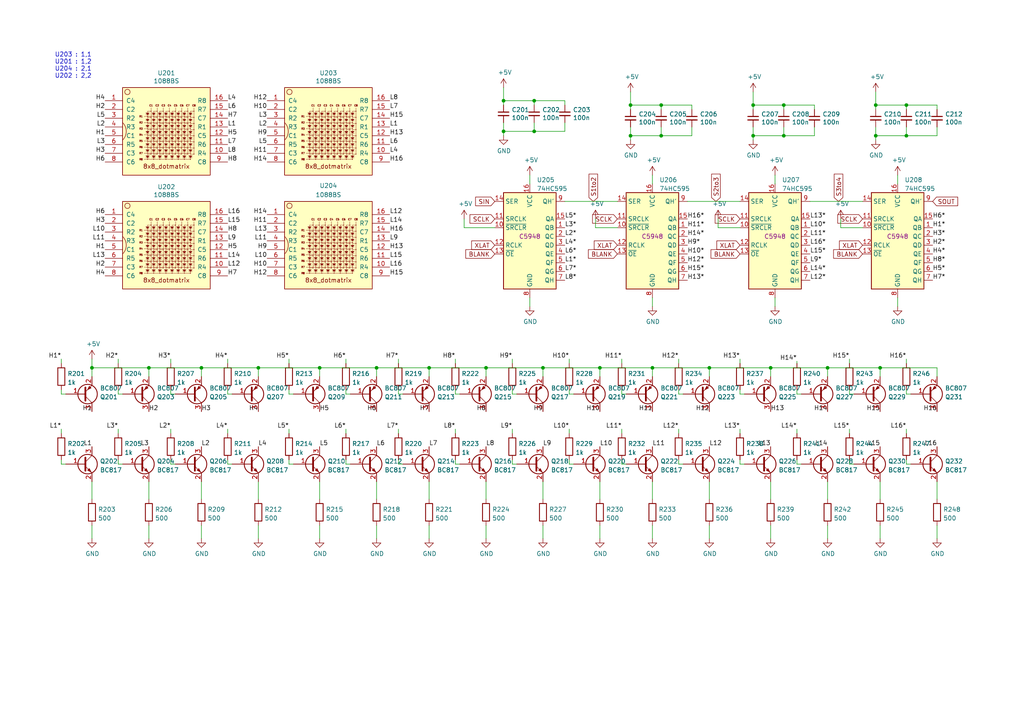
<source format=kicad_sch>
(kicad_sch (version 20230121) (generator eeschema)
  (paper "A4")
  (title_block (title "${TITLE}") (date "2022-07-14") (rev "${REVISION}") (company "${COMPANY}") (comment 1 "Author: ${AUTHOR_NAME}, ${AUTHOR_EMAIL}"))
  (junction (at 154.94 29.21))
  (junction (at 254 30.48))
  (junction (at 254 39.37))
  (junction (at 227.33 30.48))
  (junction (at 146.05 29.21))
  (junction (at 154.94 38.1))
  (junction (at 92.71 106.68))
  (junction (at 218.44 39.37))
  (junction (at 262.89 30.48))
  (junction (at 140.97 106.68))
  (junction (at 218.44 30.48))
  (junction (at 109.22 106.68))
  (junction (at 173.99 106.68))
  (junction (at 262.89 39.37))
  (junction (at 58.42 106.68))
  (junction (at 205.74 106.68))
  (junction (at 223.52 106.68))
  (junction (at 189.23 106.68))
  (junction (at 74.93 106.68))
  (junction (at 182.88 30.48))
  (junction (at 157.48 106.68))
  (junction (at 146.05 38.1))
  (junction (at 124.46 106.68))
  (junction (at 191.77 30.48))
  (junction (at 240.03 106.68))
  (junction (at 26.67 106.68))
  (junction (at 191.77 39.37))
  (junction (at 43.18 106.68))
  (junction (at 227.33 39.37))
  (junction (at 255.27 106.68))
  (junction (at 182.88 39.37))
  (wire (pts (xy 17.78 133.35) (xy 17.78 134.62)))
  (wire (pts (xy 163.83 29.21) (xy 154.94 29.21)))
  (wire (pts (xy 100.33 133.35) (xy 100.33 134.62)))
  (wire (pts (xy 182.88 39.37) (xy 182.88 40.64)))
  (wire (pts (xy 223.52 139.7) (xy 223.52 144.78)))
  (wire (pts (xy 214.63 134.62) (xy 215.9 134.62)))
  (wire (pts (xy 163.83 38.1) (xy 163.83 35.56)))
  (wire (pts (xy 189.23 106.68) (xy 189.23 109.22)))
  (wire (pts (xy 140.97 152.4) (xy 140.97 156.21)))
  (wire (pts (xy 231.14 133.35) (xy 231.14 134.62)))
  (wire (pts (xy 240.03 106.68) (xy 240.03 109.22)))
  (wire (pts (xy 179.07 66.04) (xy 172.72 66.04)))
  (wire (pts (xy 148.59 133.35) (xy 148.59 134.62)))
  (wire (pts (xy 271.78 106.68) (xy 271.78 109.22)))
  (wire (pts (xy 196.85 124.46) (xy 196.85 125.73)))
  (wire (pts (xy 231.14 104.775) (xy 231.14 105.41)))
  (wire (pts (xy 49.53 133.35) (xy 49.53 134.62)))
  (wire (pts (xy 17.78 113.03) (xy 17.78 114.3)))
  (wire (pts (xy 143.51 66.04) (xy 134.62 66.04)))
  (wire (pts (xy 49.53 104.14) (xy 49.53 105.41)))
  (wire (pts (xy 231.14 134.62) (xy 232.41 134.62)))
  (wire (pts (xy 58.42 139.7) (xy 58.42 144.78)))
  (wire (pts (xy 255.27 106.68) (xy 271.78 106.68)))
  (wire (pts (xy 214.63 104.14) (xy 214.63 105.41)))
  (wire (pts (xy 115.57 124.46) (xy 115.57 125.73)))
  (wire (pts (xy 148.59 134.62) (xy 149.86 134.62)))
  (wire (pts (xy 100.33 124.46) (xy 100.33 125.73)))
  (wire (pts (xy 196.85 134.62) (xy 198.12 134.62)))
  (wire (pts (xy 218.44 39.37) (xy 218.44 40.64)))
  (wire (pts (xy 271.78 39.37) (xy 271.78 36.83)))
  (wire (pts (xy 66.04 124.46) (xy 66.04 125.73)))
  (wire (pts (xy 260.35 50.8) (xy 260.35 53.34)))
  (wire (pts (xy 100.33 114.3) (xy 101.6 114.3)))
  (wire (pts (xy 165.1 104.14) (xy 165.1 105.41)))
  (wire (pts (xy 254 36.83) (xy 254 39.37)))
  (wire (pts (xy 196.85 114.3) (xy 198.12 114.3)))
  (wire (pts (xy 262.89 36.83) (xy 262.89 39.37)))
  (wire (pts (xy 92.71 106.68) (xy 92.71 109.22)))
  (wire (pts (xy 34.29 134.62) (xy 35.56 134.62)))
  (wire (pts (xy 189.23 86.36) (xy 189.23 88.9)))
  (wire (pts (xy 26.67 152.4) (xy 26.67 156.21)))
  (wire (pts (xy 236.22 30.48) (xy 227.33 30.48)))
  (wire (pts (xy 214.63 133.35) (xy 214.63 134.62)))
  (wire (pts (xy 146.05 38.1) (xy 146.05 39.37)))
  (wire (pts (xy 231.14 113.03) (xy 231.14 114.3)))
  (wire (pts (xy 218.44 39.37) (xy 227.33 39.37)))
  (wire (pts (xy 255.27 152.4) (xy 255.27 156.21)))
  (wire (pts (xy 172.72 63.5) (xy 172.72 66.04)))
  (wire (pts (xy 83.82 124.46) (xy 83.82 125.73)))
  (wire (pts (xy 17.78 124.46) (xy 17.78 125.73)))
  (wire (pts (xy 196.85 133.35) (xy 196.85 134.62)))
  (wire (pts (xy 109.22 106.68) (xy 109.22 109.22)))
  (wire (pts (xy 246.38 124.46) (xy 246.38 125.73)))
  (wire (pts (xy 200.66 31.75) (xy 200.66 30.48)))
  (wire (pts (xy 165.1 134.62) (xy 166.37 134.62)))
  (wire (pts (xy 134.62 63.5) (xy 134.62 66.04)))
  (wire (pts (xy 100.33 104.14) (xy 100.33 105.41)))
  (wire (pts (xy 205.74 106.68) (xy 205.74 109.22)))
  (wire (pts (xy 146.05 29.21) (xy 146.05 25.4)))
  (wire (pts (xy 223.52 152.4) (xy 223.52 156.21)))
  (wire (pts (xy 154.94 35.56) (xy 154.94 38.1)))
  (wire (pts (xy 227.33 39.37) (xy 236.22 39.37)))
  (wire (pts (xy 109.22 106.68) (xy 124.46 106.68)))
  (wire (pts (xy 199.39 58.42) (xy 214.63 58.42)))
  (wire (pts (xy 163.83 30.48) (xy 163.83 29.21)))
  (wire (pts (xy 100.33 134.62) (xy 101.6 134.62)))
  (wire (pts (xy 132.08 134.62) (xy 133.35 134.62)))
  (wire (pts (xy 260.35 86.36) (xy 260.35 88.9)))
  (wire (pts (xy 224.79 86.36) (xy 224.79 88.9)))
  (wire (pts (xy 34.29 133.35) (xy 34.29 134.62)))
  (wire (pts (xy 182.88 39.37) (xy 191.77 39.37)))
  (wire (pts (xy 49.53 114.3) (xy 50.8 114.3)))
  (wire (pts (xy 214.63 114.3) (xy 215.9 114.3)))
  (wire (pts (xy 49.53 134.62) (xy 50.8 134.62)))
  (wire (pts (xy 173.99 106.68) (xy 189.23 106.68)))
  (wire (pts (xy 214.63 113.03) (xy 214.63 114.3)))
  (wire (pts (xy 218.44 30.48) (xy 218.44 31.75)))
  (wire (pts (xy 132.08 124.46) (xy 132.08 125.73)))
  (wire (pts (xy 200.66 30.48) (xy 191.77 30.48)))
  (wire (pts (xy 66.04 133.35) (xy 66.04 134.62)))
  (wire (pts (xy 227.33 39.37) (xy 227.33 36.83)))
  (wire (pts (xy 26.67 109.22) (xy 26.67 106.68)))
  (wire (pts (xy 165.1 113.03) (xy 165.1 114.3)))
  (wire (pts (xy 182.88 26.67) (xy 182.88 30.48)))
  (wire (pts (xy 214.63 66.04) (xy 208.28 66.04)))
  (wire (pts (xy 140.97 106.68) (xy 157.48 106.68)))
  (wire (pts (xy 157.48 106.68) (xy 173.99 106.68)))
  (wire (pts (xy 148.59 124.46) (xy 148.59 125.73)))
  (wire (pts (xy 191.77 39.37) (xy 191.77 36.83)))
  (wire (pts (xy 153.67 86.36) (xy 153.67 88.9)))
  (wire (pts (xy 26.67 106.68) (xy 43.18 106.68)))
  (wire (pts (xy 115.57 114.3) (xy 116.84 114.3)))
  (wire (pts (xy 165.1 124.46) (xy 165.1 125.73)))
  (wire (pts (xy 246.38 113.03) (xy 246.38 114.3)))
  (wire (pts (xy 43.18 106.68) (xy 43.18 109.22)))
  (wire (pts (xy 205.74 106.68) (xy 223.52 106.68)))
  (wire (pts (xy 205.74 152.4) (xy 205.74 156.21)))
  (wire (pts (xy 34.29 113.03) (xy 34.29 114.3)))
  (wire (pts (xy 262.89 104.14) (xy 262.89 105.41)))
  (wire (pts (xy 146.05 29.21) (xy 146.05 30.48)))
  (wire (pts (xy 124.46 152.4) (xy 124.46 156.21)))
  (wire (pts (xy 271.78 139.7) (xy 271.78 144.78)))
  (wire (pts (xy 196.85 113.03) (xy 196.85 114.3)))
  (wire (pts (xy 246.38 114.3) (xy 247.65 114.3)))
  (wire (pts (xy 17.78 114.3) (xy 19.05 114.3)))
  (wire (pts (xy 189.23 106.68) (xy 205.74 106.68)))
  (wire (pts (xy 182.88 30.48) (xy 182.88 31.75)))
  (wire (pts (xy 157.48 139.7) (xy 157.48 144.78)))
  (wire (pts (xy 240.03 152.4) (xy 240.03 156.21)))
  (wire (pts (xy 223.52 106.68) (xy 240.03 106.68)))
  (wire (pts (xy 240.03 139.7) (xy 240.03 144.78)))
  (wire (pts (xy 148.59 114.3) (xy 149.86 114.3)))
  (wire (pts (xy 115.57 133.35) (xy 115.57 134.62)))
  (wire (pts (xy 115.57 113.03) (xy 115.57 114.3)))
  (wire (pts (xy 218.44 36.83) (xy 218.44 39.37)))
  (wire (pts (xy 236.22 31.75) (xy 236.22 30.48)))
  (wire (pts (xy 83.82 113.03) (xy 83.82 114.3)))
  (wire (pts (xy 148.59 104.14) (xy 148.59 105.41)))
  (wire (pts (xy 182.88 36.83) (xy 182.88 39.37)))
  (wire (pts (xy 189.23 50.8) (xy 189.23 53.34)))
  (wire (pts (xy 246.38 104.14) (xy 246.38 105.41)))
  (wire (pts (xy 146.05 38.1) (xy 154.94 38.1)))
  (wire (pts (xy 157.48 152.4) (xy 157.48 156.21)))
  (wire (pts (xy 254 30.48) (xy 254 31.75)))
  (wire (pts (xy 124.46 106.68) (xy 140.97 106.68)))
  (wire (pts (xy 224.79 50.8) (xy 224.79 53.34)))
  (wire (pts (xy 227.33 30.48) (xy 218.44 30.48)))
  (wire (pts (xy 231.14 114.3) (xy 232.41 114.3)))
  (wire (pts (xy 246.38 133.35) (xy 246.38 134.62)))
  (wire (pts (xy 148.59 113.03) (xy 148.59 114.3)))
  (wire (pts (xy 254 39.37) (xy 254 40.64)))
  (wire (pts (xy 262.89 39.37) (xy 271.78 39.37)))
  (wire (pts (xy 66.04 114.3) (xy 67.31 114.3)))
  (wire (pts (xy 180.34 114.3) (xy 181.61 114.3)))
  (wire (pts (xy 83.82 114.3) (xy 85.09 114.3)))
  (wire (pts (xy 140.97 106.68) (xy 140.97 109.22)))
  (wire (pts (xy 262.89 134.62) (xy 264.16 134.62)))
  (wire (pts (xy 163.83 58.42) (xy 179.07 58.42)))
  (wire (pts (xy 262.89 113.03) (xy 262.89 114.3)))
  (wire (pts (xy 165.1 114.3) (xy 166.37 114.3)))
  (wire (pts (xy 132.08 133.35) (xy 132.08 134.62)))
  (wire (pts (xy 227.33 31.75) (xy 227.33 30.48)))
  (wire (pts (xy 236.22 39.37) (xy 236.22 36.83)))
  (wire (pts (xy 26.67 139.7) (xy 26.67 144.78)))
  (wire (pts (xy 115.57 134.62) (xy 116.84 134.62)))
  (wire (pts (xy 254 30.48) (xy 254 26.67)))
  (wire (pts (xy 246.38 134.62) (xy 247.65 134.62)))
  (wire (pts (xy 115.57 104.14) (xy 115.57 105.41)))
  (wire (pts (xy 262.89 114.3) (xy 264.16 114.3)))
  (wire (pts (xy 146.05 35.56) (xy 146.05 38.1)))
  (wire (pts (xy 83.82 133.35) (xy 83.82 134.62)))
  (wire (pts (xy 140.97 139.7) (xy 140.97 144.78)))
  (wire (pts (xy 231.14 124.46) (xy 231.14 125.73)))
  (wire (pts (xy 43.18 106.68) (xy 58.42 106.68)))
  (wire (pts (xy 208.28 63.5) (xy 208.28 66.04)))
  (wire (pts (xy 43.18 139.7) (xy 43.18 144.78)))
  (wire (pts (xy 255.27 106.68) (xy 255.27 109.22)))
  (wire (pts (xy 124.46 106.68) (xy 124.46 109.22)))
  (wire (pts (xy 92.71 152.4) (xy 92.71 156.21)))
  (wire (pts (xy 234.95 58.42) (xy 250.19 58.42)))
  (wire (pts (xy 200.66 39.37) (xy 200.66 36.83)))
  (wire (pts (xy 83.82 134.62) (xy 85.09 134.62)))
  (wire (pts (xy 165.1 133.35) (xy 165.1 134.62)))
  (wire (pts (xy 254 39.37) (xy 262.89 39.37)))
  (wire (pts (xy 124.46 139.7) (xy 124.46 144.78)))
  (wire (pts (xy 196.85 104.14) (xy 196.85 105.41)))
  (wire (pts (xy 250.19 66.04) (xy 243.84 66.04)))
  (wire (pts (xy 74.93 139.7) (xy 74.93 144.78)))
  (wire (pts (xy 74.93 152.4) (xy 74.93 156.21)))
  (wire (pts (xy 74.93 106.68) (xy 74.93 109.22)))
  (wire (pts (xy 74.93 106.68) (xy 92.71 106.68)))
  (wire (pts (xy 49.53 124.46) (xy 49.53 125.73)))
  (wire (pts (xy 66.04 134.62) (xy 67.31 134.62)))
  (wire (pts (xy 271.78 31.75) (xy 271.78 30.48)))
  (wire (pts (xy 262.89 31.75) (xy 262.89 30.48)))
  (wire (pts (xy 26.67 104.14) (xy 26.67 106.68)))
  (wire (pts (xy 180.34 113.03) (xy 180.34 114.3)))
  (wire (pts (xy 83.82 104.14) (xy 83.82 105.41)))
  (wire (pts (xy 180.34 134.62) (xy 181.61 134.62)))
  (wire (pts (xy 189.23 139.7) (xy 189.23 144.78)))
  (wire (pts (xy 271.78 30.48) (xy 262.89 30.48)))
  (wire (pts (xy 154.94 38.1) (xy 163.83 38.1)))
  (wire (pts (xy 154.94 30.48) (xy 154.94 29.21)))
  (wire (pts (xy 58.42 152.4) (xy 58.42 156.21)))
  (wire (pts (xy 223.52 106.68) (xy 223.52 109.22)))
  (wire (pts (xy 189.23 152.4) (xy 189.23 156.21)))
  (wire (pts (xy 180.34 133.35) (xy 180.34 134.62)))
  (wire (pts (xy 58.42 106.68) (xy 74.93 106.68)))
  (wire (pts (xy 271.78 152.4) (xy 271.78 156.21)))
  (wire (pts (xy 66.04 104.14) (xy 66.04 105.41)))
  (wire (pts (xy 109.22 139.7) (xy 109.22 144.78)))
  (wire (pts (xy 173.99 139.7) (xy 173.99 144.78)))
  (wire (pts (xy 214.63 124.46) (xy 214.63 125.73)))
  (wire (pts (xy 180.34 104.14) (xy 180.34 105.41)))
  (wire (pts (xy 262.89 124.46) (xy 262.89 125.73)))
  (wire (pts (xy 240.03 106.68) (xy 255.27 106.68)))
  (wire (pts (xy 49.53 113.03) (xy 49.53 114.3)))
  (wire (pts (xy 92.71 106.68) (xy 109.22 106.68)))
  (wire (pts (xy 132.08 104.14) (xy 132.08 105.41)))
  (wire (pts (xy 132.08 113.03) (xy 132.08 114.3)))
  (wire (pts (xy 173.99 152.4) (xy 173.99 156.21)))
  (wire (pts (xy 66.04 113.03) (xy 66.04 114.3)))
  (wire (pts (xy 262.89 30.48) (xy 254 30.48)))
  (wire (pts (xy 191.77 30.48) (xy 182.88 30.48)))
  (wire (pts (xy 58.42 106.68) (xy 58.42 109.22)))
  (wire (pts (xy 255.27 139.7) (xy 255.27 144.78)))
  (wire (pts (xy 157.48 106.68) (xy 157.48 109.22)))
  (wire (pts (xy 132.08 114.3) (xy 133.35 114.3)))
  (wire (pts (xy 34.29 124.46) (xy 34.29 125.73)))
  (wire (pts (xy 43.18 152.4) (xy 43.18 156.21)))
  (wire (pts (xy 153.67 50.8) (xy 153.67 53.34)))
  (wire (pts (xy 100.33 113.03) (xy 100.33 114.3)))
  (wire (pts (xy 34.29 104.14) (xy 34.29 105.41)))
  (wire (pts (xy 191.77 31.75) (xy 191.77 30.48)))
  (wire (pts (xy 191.77 39.37) (xy 200.66 39.37)))
  (wire (pts (xy 154.94 29.21) (xy 146.05 29.21)))
  (wire (pts (xy 205.74 139.7) (xy 205.74 144.78)))
  (wire (pts (xy 243.84 63.5) (xy 243.84 66.04)))
  (wire (pts (xy 34.29 114.3) (xy 35.56 114.3)))
  (wire (pts (xy 17.78 104.14) (xy 17.78 105.41)))
  (wire (pts (xy 173.99 106.68) (xy 173.99 109.22)))
  (wire (pts (xy 109.22 152.4) (xy 109.22 156.21)))
  (wire (pts (xy 180.34 124.46) (xy 180.34 125.73)))
  (wire (pts (xy 17.78 134.62) (xy 19.05 134.62)))
  (wire (pts (xy 218.44 26.67) (xy 218.44 30.48)))
  (wire (pts (xy 262.89 133.35) (xy 262.89 134.62)))
  (wire (pts (xy 92.71 139.7) (xy 92.71 144.78)))
  (text "E3 standard values\n\n470\n1k" (at 297.18 38.1 0) (effects (font (size 1.27 1.27)) (justify left bottom)))
  (text "U203 : 1,1\nU201 : 1,2\nU204 : 2,1\nU202 : 2,2" (at 15.875 22.86 0) (effects (font (size 1.27 1.27)) (justify left bottom)))
  (text "20 mA per LED makes th current limiting\nresistor a 1/5W unit!" (at 297.18 46.99 0) (effects (font (size 1.27 1.27)) (justify left bottom)))
  (text "Rules for pin-swapping:\n\n - Can exhange H pins between modules horizontally" (at -66.04 16.51 0) (effects (font (size 1.27 1.27)) (justify left bottom)))
  (text "LCSC (JLCPCB) library numbers:\n\n74HC595PW, C5948, https://jlcpcb.com/partdetail/Nexperia-74HC595PW118/C5948\nBC807, C2926191, https://jlcpcb.com/partdetail/Fosan-BC807_165A/C2926191\nBC817, C2926190, https://jlcpcb.com/partdetail/Fosan-BC817_406C/C2926190\n\n" (at 297.18 27.305 0) (effects (font (size 1.27 1.27)) (justify left bottom)))
  (label "H5*" (at 270.51 78.74 0))
  (label "H11*" (at 180.34 104.14 180))
  (label "H16*" (at 262.89 104.14 180))
  (label "L9" (at 66.04 69.85 0))
  (label "H4" (at 30.48 80.01 180))
  (label "L13" (at 223.52 129.54 180))
  (label "L7" (at 66.04 41.91 0))
  (label "H11*" (at 199.39 66.04 0))
  (label "H5" (at 66.04 39.37 0))
  (label "L4*" (at 66.04 124.46 180))
  (label "L12" (at 113.03 62.23 0))
  (label "H7" (at 66.04 80.01 0))
  (label "L16" (at 271.78 129.54 180))
  (label "L8*" (at 163.83 81.28 0))
  (label "L16*" (at 262.89 124.46 180))
  (label "H5" (at 66.04 72.39 0))
  (label "H11" (at 189.23 119.38 180))
  (label "L12*" (at 234.95 81.28 0))
  (label "L7" (at 124.46 129.54 0))
  (label "H4*" (at 66.04 104.14 180))
  (label "L13" (at 77.47 67.31 180))
  (label "L8*" (at 132.08 124.46 180))
  (label "H14" (at 240.03 119.38 180))
  (label "L5" (at 92.71 129.54 0))
  (label "L12" (at 205.74 129.54 0))
  (label "H6*" (at 100.33 104.14 180))
  (label "H9" (at 157.48 119.38 180))
  (label "H2" (at 30.48 31.75 180))
  (label "L3*" (at 163.83 66.04 0))
  (label "H10" (at 77.47 31.75 180))
  (label "H6" (at 109.22 119.38 180))
  (label "H3" (at 30.48 64.77 180))
  (label "L7*" (at 115.57 124.46 180))
  (label "L2*" (at 163.83 68.58 0))
  (label "H12*" (at 199.39 76.2 0))
  (label "H4*" (at 270.51 73.66 0))
  (label "L10" (at 30.48 67.31 180))
  (label "L2" (at 77.47 36.83 180))
  (label "L2" (at 58.42 129.54 0))
  (label "L3" (at 43.18 129.54 180))
  (label "H16" (at 271.78 119.38 180))
  (label "L9*" (at 234.95 76.2 0))
  (label "H8*" (at 132.08 104.14 180))
  (label "H15" (at 113.03 80.01 0))
  (label "H13" (at 223.52 119.38 0))
  (label "L15" (at 66.04 64.77 0))
  (label "L14" (at 240.03 129.54 180))
  (label "H3" (at 58.42 119.38 0))
  (label "L14*" (at 234.95 78.74 0))
  (label "H8" (at 66.04 46.99 0))
  (label "L1" (at 66.04 36.83 0))
  (label "L2" (at 30.48 36.83 180))
  (label "L11*" (at 180.34 124.46 180))
  (label "L6*" (at 100.33 124.46 180))
  (label "L11*" (at 234.95 68.58 0))
  (label "L6" (at 113.03 41.91 0))
  (label "H4" (at 30.48 29.21 180))
  (label "H5*" (at 83.82 104.14 180))
  (label "L14" (at 66.04 74.93 0))
  (label "L1*" (at 163.83 76.2 0))
  (label "H12" (at 205.74 119.38 180))
  (label "L11" (at 30.48 69.85 180))
  (label "L5*" (at 83.82 124.46 180))
  (label "H7*" (at 115.57 104.14 180))
  (label "L4*" (at 163.83 71.12 0))
  (label "H3*" (at 49.53 104.14 180))
  (label "L4" (at 113.03 44.45 0))
  (label "H2*" (at 34.29 104.14 180))
  (label "L6" (at 66.04 31.75 0))
  (label "L14" (at 113.03 64.77 0))
  (label "H10" (at 77.47 77.47 180))
  (label "L9" (at 113.03 69.85 0))
  (label "H16" (at 113.03 46.99 0))
  (label "L11" (at 189.23 129.54 0))
  (label "H13*" (at 214.63 104.14 180))
  (label "H14" (at 77.47 46.99 180))
  (label "H7" (at 124.46 119.38 180))
  (label "H13" (at 113.03 72.39 0))
  (label "H10" (at 173.99 119.38 180))
  (label "H8" (at 140.97 119.38 180))
  (label "L16" (at 113.03 77.47 0))
  (label "H6" (at 30.48 62.23 180))
  (label "H14" (at 77.47 62.23 180))
  (label "H15*" (at 246.38 104.14 180))
  (label "H1" (at 30.48 72.39 180))
  (label "H1*" (at 17.78 104.14 180))
  (label "L2*" (at 49.53 124.46 180))
  (label "L3*" (at 34.29 124.46 180))
  (label "L7" (at 113.03 31.75 0))
  (label "H1" (at 26.67 119.38 180))
  (label "L1" (at 26.67 129.54 180))
  (label "L9" (at 157.48 129.54 0))
  (label "L13*" (at 234.95 63.5 0))
  (label "L3" (at 77.47 34.29 180))
  (label "H7" (at 66.04 34.29 0))
  (label "L13*" (at 214.63 124.46 180))
  (label "L7*" (at 163.83 78.74 0))
  (label "H7*" (at 270.51 81.28 0))
  (label "L15" (at 113.03 74.93 0))
  (label "L6*" (at 163.83 73.66 0))
  (label "L5" (at 77.47 41.91 180))
  (label "H2*" (at 270.51 71.12 0))
  (label "H13*" (at 199.39 81.28 0))
  (label "H1" (at 30.48 39.37 180))
  (label "L14*" (at 231.14 124.46 180))
  (label "L8" (at 140.97 129.54 0))
  (label "L9*" (at 148.59 124.46 180))
  (label "L8" (at 113.03 29.21 0))
  (label "H12" (at 77.47 80.01 180))
  (label "L5*" (at 163.83 63.5 0))
  (label "H2" (at 30.48 77.47 180))
  (label "H12" (at 77.47 29.21 180))
  (label "L12" (at 66.04 77.47 0))
  (label "H9*" (at 148.59 104.14 180))
  (label "L6" (at 109.22 129.54 0))
  (label "H6*" (at 270.51 63.5 0))
  (label "L10*" (at 165.1 124.46 180))
  (label "H15*" (at 199.39 78.74 0))
  (label "H5" (at 92.71 119.38 0))
  (label "L4" (at 66.04 29.21 0))
  (label "L15*" (at 246.38 124.46 180))
  (label "H8*" (at 270.51 76.2 0))
  (label "H13" (at 113.03 39.37 0))
  (label "H10*" (at 199.39 73.66 0))
  (label "L10" (at 77.47 74.93 180))
  (label "H2" (at 43.18 119.38 0))
  (label "H11" (at 77.47 64.77 180))
  (label "H14*" (at 231.14 104.775 180))
  (label "H3*" (at 270.51 68.58 0))
  (label "H14*" (at 199.39 68.58 0))
  (label "L16*" (at 234.95 71.12 0))
  (label "H3" (at 30.48 44.45 180))
  (label "H4" (at 74.93 119.38 180))
  (label "L10*" (at 234.95 66.04 0))
  (label "H16*" (at 199.39 63.5 0))
  (label "H6" (at 30.48 46.99 180))
  (label "H9" (at 77.47 39.37 180))
  (label "L5" (at 30.48 34.29 180))
  (label "H15" (at 255.27 119.38 180))
  (label "H9*" (at 199.39 71.12 0))
  (label "L1*" (at 17.78 124.46 180))
  (label "H10*" (at 165.1 104.14 180))
  (label "L12*" (at 196.85 124.46 180))
  (label "H16" (at 113.03 67.31 0))
  (label "L1" (at 113.03 36.83 0))
  (label "L11" (at 77.47 69.85 180))
  (label "L16" (at 66.04 62.23 0))
  (label "L8" (at 66.04 44.45 0))
  (label "L15" (at 255.27 129.54 180))
  (label "H15" (at 113.03 34.29 0))
  (label "L15*" (at 234.95 73.66 0))
  (label "H1*" (at 270.51 66.04 0))
  (label "H11" (at 77.47 44.45 180))
  (label "H12*" (at 196.85 104.14 180))
  (label "L4" (at 74.93 129.54 0))
  (label "L3" (at 30.48 41.91 180))
  (label "L13" (at 30.48 74.93 180))
  (label "L10" (at 173.99 129.54 0))
  (label "H9" (at 77.47 72.39 180))
  (label "H8" (at 66.04 67.31 0))
  (global_label "XLAT" (shape input) (at 214.63 71.12 180) (property "Intersheetrefs" "${INTERSHEET_REFS}" (effects hide)))
  (global_label "BLANK" (shape input) (at 143.51 73.66 180) (property "Intersheetrefs" "${INTERSHEET_REFS}" (effects hide)))
  (global_label "SOUT" (shape input) (at 270.51 58.42 0) (property "Intersheetrefs" "${INTERSHEET_REFS}" (effects hide)))
  (global_label "XLAT" (shape input) (at 250.19 71.12 180) (property "Intersheetrefs" "${INTERSHEET_REFS}" (effects hide)))
  (global_label "S1to2" (shape input) (at 172.085 58.42 90) (property "Intersheetrefs" "${INTERSHEET_REFS}" (effects hide)))
  (global_label "SCLK" (shape input) (at 250.19 63.5 180) (property "Intersheetrefs" "${INTERSHEET_REFS}" (effects hide)))
  (global_label "BLANK" (shape input) (at 179.07 73.66 180) (property "Intersheetrefs" "${INTERSHEET_REFS}" (effects hide)))
  (global_label "XLAT" (shape input) (at 143.51 71.12 180) (property "Intersheetrefs" "${INTERSHEET_REFS}" (effects hide)))
  (global_label "S2to3" (shape input) (at 207.645 58.42 90) (property "Intersheetrefs" "${INTERSHEET_REFS}" (effects hide)))
  (global_label "SCLK" (shape input) (at 179.07 63.5 180) (property "Intersheetrefs" "${INTERSHEET_REFS}" (effects hide)))
  (global_label "SCLK" (shape input) (at 143.51 63.5 180) (property "Intersheetrefs" "${INTERSHEET_REFS}" (effects hide)))
  (global_label "XLAT" (shape input) (at 179.07 71.12 180) (property "Intersheetrefs" "${INTERSHEET_REFS}" (effects hide)))
  (global_label "SCLK" (shape input) (at 214.63 63.5 180) (property "Intersheetrefs" "${INTERSHEET_REFS}" (effects hide)))
  (global_label "S3to4" (shape input) (at 243.205 58.42 90) (property "Intersheetrefs" "${INTERSHEET_REFS}" (effects hide)))
  (global_label "BLANK" (shape input) (at 214.63 73.66 180) (property "Intersheetrefs" "${INTERSHEET_REFS}" (effects hide)))
  (global_label "BLANK" (shape input) (at 250.19 73.66 180) (property "Intersheetrefs" "${INTERSHEET_REFS}" (effects hide)))
  (global_label "SIN" (shape input) (at 143.51 58.42 180) (property "Intersheetrefs" "${INTERSHEET_REFS}" (effects hide)))
  (symbol (lib_id "pcb:+5V") (at 182.88 26.67 0) (unit 1)
    (property "Reference" "#PWR0218" (effects hide))
    (property "Value" "+5V" (at 183.261 22.2758 0))
  )
  (symbol (lib_id "pcb:+5V") (at 146.05 25.4 0) (unit 1)
    (property "Reference" "#PWR0211" (effects hide))
    (property "Value" "+5V" (at 146.431 21.0058 0))
  )
  (symbol (lib_id "pcb:GND") (at 153.67 88.9 0) (unit 1)
    (property "Reference" "#PWR0214" (effects hide))
    (property "Value" "GND" (at 153.797 93.2942 0))
  )
  (symbol (lib_id "pcb:C_Small") (at 182.88 34.29 0) (unit 1)
    (property "Reference" "C204" (at 185.2168 33.1216 0) (effects (justify left)))
    (property "Value" "100n" (at 185.2168 35.433 0) (effects (justify left)))
    (property "Footprint" "Capacitor_SMD:C_0603_1608Metric" (effects hide))
  )
  (symbol (lib_id "pcb:C_Small") (at 146.05 33.02 0) (unit 1)
    (property "Reference" "C201" (at 148.3868 31.8516 0) (effects (justify left)))
    (property "Value" "100n" (at 148.3868 34.163 0) (effects (justify left)))
    (property "Footprint" "Capacitor_SMD:C_0603_1608Metric" (effects hide))
  )
  (symbol (lib_id "pcb:GND") (at 146.05 39.37 0) (unit 1)
    (property "Reference" "#PWR0212" (effects hide))
    (property "Value" "GND" (at 146.177 43.7642 0))
  )
  (symbol (lib_id "pcb:GND") (at 182.88 40.64 0) (unit 1)
    (property "Reference" "#PWR0219" (effects hide))
    (property "Value" "GND" (at 183.007 45.0342 0))
  )
  (symbol (lib_id "pcb:1088BS") (at 95.25 38.1 0) (unit 1)
    (property "Reference" "U203" (at 95.25 21.1836 0))
    (property "Value" "1088BS" (at 95.25 23.495 0))
    (property "Footprint" "thms:8x8_dotmatrix_1088" (effects hide))
  )
  (symbol (lib_id "pcb:1088BS") (at 48.26 38.1 0) (unit 1)
    (property "Reference" "U201" (at 48.26 21.1836 0))
    (property "Value" "1088BS" (at 48.26 23.495 0))
    (property "Footprint" "thms:8x8_dotmatrix_1088" (effects hide))
  )
  (symbol (lib_id "pcb:1088BS") (at 95.25 71.12 0) (unit 1)
    (property "Reference" "U204" (at 95.25 53.848 0))
    (property "Value" "1088BS" (at 95.25 56.515 0))
    (property "Footprint" "thms:8x8_dotmatrix_1088" (effects hide))
  )
  (symbol (lib_id "pcb:1088BS") (at 48.26 71.12 0) (unit 1)
    (property "Reference" "U202" (at 48.26 54.2036 0))
    (property "Value" "1088BS" (at 48.26 56.515 0))
    (property "Footprint" "thms:8x8_dotmatrix_1088" (effects hide))
  )
  (symbol (lib_id "pcb:C_Small") (at 191.77 34.29 0) (unit 1)
    (property "Reference" "C205" (at 194.1068 33.1216 0) (effects (justify left)))
    (property "Value" "100n" (at 194.1068 35.433 0) (effects (justify left)))
    (property "Footprint" "Capacitor_SMD:C_0603_1608Metric" (effects hide))
  )
  (symbol (lib_id "pcb:C_Small") (at 200.66 34.29 0) (unit 1)
    (property "Reference" "C206" (at 202.9968 33.1216 0) (effects (justify left)))
    (property "Value" "100n" (at 202.9968 35.433 0) (effects (justify left)))
    (property "Footprint" "Capacitor_SMD:C_0603_1608Metric" (effects hide))
  )
  (symbol (lib_id "pcb:C_Small") (at 154.94 33.02 0) (unit 1)
    (property "Reference" "C202" (at 157.2768 31.8516 0) (effects (justify left)))
    (property "Value" "100n" (at 157.2768 34.163 0) (effects (justify left)))
    (property "Footprint" "Capacitor_SMD:C_0603_1608Metric" (effects hide))
  )
  (symbol (lib_id "pcb:C_Small") (at 163.83 33.02 0) (unit 1)
    (property "Reference" "C203" (at 166.1668 31.8516 0) (effects (justify left)))
    (property "Value" "100n" (at 166.1668 34.163 0) (effects (justify left)))
    (property "Footprint" "Capacitor_SMD:C_0603_1608Metric" (effects hide))
  )
  (symbol (lib_id "Device:Q_NPN_BEC") (at 171.45 134.62 0) (unit 1)
    (property "Reference" "Q220" (at 176.3014 133.7853 0) (effects (justify left)))
    (property "Value" "BC817" (at 176.3014 136.3222 0) (effects (justify left)))
    (property "Footprint" "Package_TO_SOT_SMD:SOT-23" (effects hide))
  )
  (symbol (lib_id "Device:Q_NPN_BEC") (at 220.98 134.62 0) (unit 1)
    (property "Reference" "Q226" (at 225.8314 133.7853 0) (effects (justify left)))
    (property "Value" "BC817" (at 225.8314 136.3222 0) (effects (justify left)))
    (property "Footprint" "Package_TO_SOT_SMD:SOT-23" (effects hide))
  )
  (symbol (lib_id "Device:R") (at 17.78 109.22 180) (unit 1)
    (property "Reference" "R201" (at 19.558 108.3853 0) (effects (justify right)))
    (property "Value" "1k" (at 19.558 110.9222 0) (effects (justify right)))
    (property "Footprint" "Resistor_SMD:R_0603_1608Metric" (effects hide))
  )
  (symbol (lib_id "Device:R") (at 246.38 109.22 180) (unit 1)
    (property "Reference" "R243" (at 248.158 108.3853 0) (effects (justify right)))
    (property "Value" "1k" (at 248.158 110.9222 0) (effects (justify right)))
    (property "Footprint" "Resistor_SMD:R_0603_1608Metric" (effects hide))
  )
  (symbol (lib_id "Device:R") (at 231.14 109.22 180) (unit 1)
    (property "Reference" "R240" (at 232.918 108.3853 0) (effects (justify right)))
    (property "Value" "1k" (at 232.918 110.9222 0) (effects (justify right)))
    (property "Footprint" "Resistor_SMD:R_0603_1608Metric" (effects hide))
  )
  (symbol (lib_id "Device:R") (at 66.04 129.54 180) (unit 1)
    (property "Reference" "R211" (at 67.818 128.7053 0) (effects (justify right)))
    (property "Value" "1k" (at 67.818 131.2422 0) (effects (justify right)))
    (property "Footprint" "Resistor_SMD:R_0603_1608Metric" (effects hide))
  )
  (symbol (lib_id "Device:Q_PNP_BEC") (at 154.94 114.3 0) (mirror x) (unit 1)
    (property "Reference" "Q217" (at 159.7914 115.1347 0) (effects (justify left)))
    (property "Value" "BC807" (at 159.7914 112.5978 0) (effects (justify left)))
    (property "Footprint" "Package_TO_SOT_SMD:SOT-23" (effects hide))
  )
  (symbol (lib_id "pcb:GND") (at 255.27 156.21 0) (unit 1)
    (property "Reference" "#PWR0234" (effects hide))
    (property "Value" "GND" (at 255.397 160.6042 0))
  )
  (symbol (lib_id "pcb:GND") (at 124.46 156.21 0) (unit 1)
    (property "Reference" "#PWR0208" (effects hide))
    (property "Value" "GND" (at 124.587 160.6042 0))
  )
  (symbol (lib_id "Device:R") (at 180.34 109.22 180) (unit 1)
    (property "Reference" "R231" (at 182.118 108.3853 0) (effects (justify right)))
    (property "Value" "1k" (at 182.118 110.9222 0) (effects (justify right)))
    (property "Footprint" "Resistor_SMD:R_0603_1608Metric" (effects hide))
  )
  (symbol (lib_id "Device:R") (at 148.59 129.54 180) (unit 1)
    (property "Reference" "R226" (at 150.368 128.7053 0) (effects (justify right)))
    (property "Value" "1k" (at 150.368 131.2422 0) (effects (justify right)))
    (property "Footprint" "Resistor_SMD:R_0603_1608Metric" (effects hide))
  )
  (symbol (lib_id "pcb:GND") (at 271.78 156.21 0) (unit 1)
    (property "Reference" "#PWR0237" (effects hide))
    (property "Value" "GND" (at 271.907 160.6042 0))
  )
  (symbol (lib_id "pcb:GND") (at 109.22 156.21 0) (unit 1)
    (property "Reference" "#PWR0207" (effects hide))
    (property "Value" "GND" (at 109.347 160.6042 0))
  )
  (symbol (lib_id "Device:R") (at 83.82 129.54 180) (unit 1)
    (property "Reference" "R214" (at 85.598 128.7053 0) (effects (justify right)))
    (property "Value" "1k" (at 85.598 131.2422 0) (effects (justify right)))
    (property "Footprint" "Resistor_SMD:R_0603_1608Metric" (effects hide))
  )
  (symbol (lib_id "Device:Q_NPN_BEC") (at 269.24 134.62 0) (unit 1)
    (property "Reference" "Q232" (at 274.0914 133.7853 0) (effects (justify left)))
    (property "Value" "BC817" (at 274.0914 136.3222 0) (effects (justify left)))
    (property "Footprint" "Package_TO_SOT_SMD:SOT-23" (effects hide))
  )
  (symbol (lib_id "Device:Q_PNP_BEC") (at 40.64 114.3 0) (mirror x) (unit 1)
    (property "Reference" "Q203" (at 45.4914 115.1347 0) (effects (justify left)))
    (property "Value" "BC807" (at 45.4914 112.5978 0) (effects (justify left)))
    (property "Footprint" "Package_TO_SOT_SMD:SOT-23" (effects hide))
  )
  (symbol (lib_id "Device:R") (at 66.04 109.22 180) (unit 1)
    (property "Reference" "R210" (at 67.818 108.3853 0) (effects (justify right)))
    (property "Value" "1k" (at 67.818 110.9222 0) (effects (justify right)))
    (property "Footprint" "Resistor_SMD:R_0603_1608Metric" (effects hide))
  )
  (symbol (lib_id "Device:R") (at 58.42 148.59 0) (unit 1)
    (property "Reference" "R209" (at 60.198 147.7553 0) (effects (justify left)))
    (property "Value" "500" (at 60.198 150.2922 0) (effects (justify left)))
    (property "Footprint" "Resistor_SMD:R_0603_1608Metric" (effects hide))
  )
  (symbol (lib_id "Device:Q_NPN_BEC") (at 55.88 134.62 0) (unit 1)
    (property "Reference" "Q206" (at 60.7314 133.7853 0) (effects (justify left)))
    (property "Value" "BC817" (at 60.7314 136.3222 0) (effects (justify left)))
    (property "Footprint" "Package_TO_SOT_SMD:SOT-23" (effects hide))
  )
  (symbol (lib_id "Device:Q_NPN_BEC") (at 24.13 134.62 0) (unit 1)
    (property "Reference" "Q202" (at 28.9814 133.7853 0) (effects (justify left)))
    (property "Value" "BC817" (at 28.9814 136.3222 0) (effects (justify left)))
    (property "Footprint" "Package_TO_SOT_SMD:SOT-23" (effects hide))
  )
  (symbol (lib_id "Device:R") (at 26.67 148.59 0) (unit 1)
    (property "Reference" "R203" (at 28.448 147.7553 0) (effects (justify left)))
    (property "Value" "500" (at 28.448 150.2922 0) (effects (justify left)))
    (property "Footprint" "Resistor_SMD:R_0603_1608Metric" (effects hide))
  )
  (symbol (lib_id "pcb:GND") (at 218.44 40.64 0) (unit 1)
    (property "Reference" "#PWR0226" (effects hide))
    (property "Value" "GND" (at 218.567 45.0342 0))
  )
  (symbol (lib_id "pcb:GND") (at 205.74 156.21 0) (unit 1)
    (property "Reference" "#PWR0223" (effects hide))
    (property "Value" "GND" (at 205.867 160.6042 0))
  )
  (symbol (lib_id "Device:R") (at 74.93 148.59 0) (unit 1)
    (property "Reference" "R212" (at 76.708 147.7553 0) (effects (justify left)))
    (property "Value" "500" (at 76.708 150.2922 0) (effects (justify left)))
    (property "Footprint" "Resistor_SMD:R_0603_1608Metric" (effects hide))
  )
  (symbol (lib_id "Device:R") (at 140.97 148.59 0) (unit 1)
    (property "Reference" "R224" (at 142.748 147.7553 0) (effects (justify left)))
    (property "Value" "500" (at 142.748 150.2922 0) (effects (justify left)))
    (property "Footprint" "Resistor_SMD:R_0603_1608Metric" (effects hide))
  )
  (symbol (lib_id "pcb:GND") (at 74.93 156.21 0) (unit 1)
    (property "Reference" "#PWR0205" (effects hide))
    (property "Value" "GND" (at 75.057 160.6042 0))
  )
  (symbol (lib_id "pcb:C_Small") (at 254 34.29 0) (unit 1)
    (property "Reference" "C210" (at 256.3368 33.1216 0) (effects (justify left)))
    (property "Value" "100n" (at 256.3368 35.433 0) (effects (justify left)))
    (property "Footprint" "Capacitor_SMD:C_0603_1608Metric" (effects hide))
  )
  (symbol (lib_id "pcb:+5V") (at 26.67 104.14 0) (unit 1)
    (property "Reference" "#PWR0201" (effects hide))
    (property "Value" "+5V" (at 27.051 99.7458 0))
  )
  (symbol (lib_id "Device:R") (at 231.14 129.54 180) (unit 1)
    (property "Reference" "R241" (at 232.918 128.7053 0) (effects (justify right)))
    (property "Value" "1k" (at 232.918 131.2422 0) (effects (justify right)))
    (property "Footprint" "Resistor_SMD:R_0603_1608Metric" (effects hide))
  )
  (symbol (lib_id "pcb:C_Small") (at 271.78 34.29 0) (unit 1)
    (property "Reference" "C212" (at 274.1168 33.1216 0) (effects (justify left)))
    (property "Value" "100n" (at 274.1168 35.433 0) (effects (justify left)))
    (property "Footprint" "Capacitor_SMD:C_0603_1608Metric" (effects hide))
  )
  (symbol (lib_id "Device:R") (at 255.27 148.59 0) (unit 1)
    (property "Reference" "R245" (at 257.048 147.7553 0) (effects (justify left)))
    (property "Value" "500" (at 257.048 150.2922 0) (effects (justify left)))
    (property "Footprint" "Resistor_SMD:R_0603_1608Metric" (effects hide))
  )
  (symbol (lib_id "pcb:+5V") (at 260.35 50.8 0) (unit 1)
    (property "Reference" "#PWR0235" (effects hide))
    (property "Value" "+5V" (at 260.731 46.4058 0))
  )
  (symbol (lib_id "Device:R") (at 132.08 109.22 180) (unit 1)
    (property "Reference" "R222" (at 133.858 108.3853 0) (effects (justify right)))
    (property "Value" "1k" (at 133.858 110.9222 0) (effects (justify right)))
    (property "Footprint" "Resistor_SMD:R_0603_1608Metric" (effects hide))
  )
  (symbol (lib_id "Device:R") (at 205.74 148.59 0) (unit 1)
    (property "Reference" "R236" (at 207.518 147.7553 0) (effects (justify left)))
    (property "Value" "500" (at 207.518 150.2922 0) (effects (justify left)))
    (property "Footprint" "Resistor_SMD:R_0603_1608Metric" (effects hide))
  )
  (symbol (lib_id "Device:R") (at 173.99 148.59 0) (unit 1)
    (property "Reference" "R230" (at 175.768 147.7553 0) (effects (justify left)))
    (property "Value" "500" (at 175.768 150.2922 0) (effects (justify left)))
    (property "Footprint" "Resistor_SMD:R_0603_1608Metric" (effects hide))
  )
  (symbol (lib_id "Device:Q_PNP_BEC") (at 237.49 114.3 0) (mirror x) (unit 1)
    (property "Reference" "Q227" (at 242.3414 115.1347 0) (effects (justify left)))
    (property "Value" "BC807" (at 242.3414 112.5978 0) (effects (justify left)))
    (property "Footprint" "Package_TO_SOT_SMD:SOT-23" (effects hide))
  )
  (symbol (lib_id "Device:R") (at 83.82 109.22 180) (unit 1)
    (property "Reference" "R213" (at 85.598 108.3853 0) (effects (justify right)))
    (property "Value" "1k" (at 85.598 110.9222 0) (effects (justify right)))
    (property "Footprint" "Resistor_SMD:R_0603_1608Metric" (effects hide))
  )
  (symbol (lib_id "Device:R") (at 214.63 129.54 180) (unit 1)
    (property "Reference" "R238" (at 216.408 128.7053 0) (effects (justify right)))
    (property "Value" "1k" (at 216.408 131.2422 0) (effects (justify right)))
    (property "Footprint" "Resistor_SMD:R_0603_1608Metric" (effects hide))
  )
  (symbol (lib_id "Device:R") (at 115.57 109.22 180) (unit 1)
    (property "Reference" "R219" (at 117.348 108.3853 0) (effects (justify right)))
    (property "Value" "1k" (at 117.348 110.9222 0) (effects (justify right)))
    (property "Footprint" "Resistor_SMD:R_0603_1608Metric" (effects hide))
  )
  (symbol (lib_id "Device:R") (at 196.85 109.22 180) (unit 1)
    (property "Reference" "R234" (at 198.628 108.3853 0) (effects (justify right)))
    (property "Value" "1k" (at 198.628 110.9222 0) (effects (justify right)))
    (property "Footprint" "Resistor_SMD:R_0603_1608Metric" (effects hide))
  )
  (symbol (lib_id "pcb:C_Small") (at 218.44 34.29 0) (unit 1)
    (property "Reference" "C207" (at 220.7768 33.1216 0) (effects (justify left)))
    (property "Value" "100n" (at 220.7768 35.433 0) (effects (justify left)))
    (property "Footprint" "Capacitor_SMD:C_0603_1608Metric" (effects hide))
  )
  (symbol (lib_id "pcb:GND") (at 224.79 88.9 0) (unit 1)
    (property "Reference" "#PWR0229" (effects hide))
    (property "Value" "GND" (at 224.917 93.2942 0))
  )
  (symbol (lib_id "Device:R") (at 124.46 148.59 0) (unit 1)
    (property "Reference" "R221" (at 126.238 147.7553 0) (effects (justify left)))
    (property "Value" "500" (at 126.238 150.2922 0) (effects (justify left)))
    (property "Footprint" "Resistor_SMD:R_0603_1608Metric" (effects hide))
  )
  (symbol (lib_id "Device:R") (at 262.89 109.22 180) (unit 1)
    (property "Reference" "R246" (at 264.668 108.3853 0) (effects (justify right)))
    (property "Value" "1k" (at 264.668 110.9222 0) (effects (justify right)))
    (property "Footprint" "Resistor_SMD:R_0603_1608Metric" (effects hide))
  )
  (symbol (lib_id "Device:Q_PNP_BEC") (at 106.68 114.3 0) (mirror x) (unit 1)
    (property "Reference" "Q211" (at 111.5314 115.1347 0) (effects (justify left)))
    (property "Value" "BC807" (at 111.5314 112.5978 0) (effects (justify left)))
    (property "Footprint" "Package_TO_SOT_SMD:SOT-23" (effects hide))
  )
  (symbol (lib_id "Device:R") (at 49.53 129.54 180) (unit 1)
    (property "Reference" "R208" (at 51.308 128.7053 0) (effects (justify right)))
    (property "Value" "1k" (at 51.308 131.2422 0) (effects (justify right)))
    (property "Footprint" "Resistor_SMD:R_0603_1608Metric" (effects hide))
  )
  (symbol (lib_id "Device:R") (at 157.48 148.59 0) (unit 1)
    (property "Reference" "R227" (at 159.258 147.7553 0) (effects (justify left)))
    (property "Value" "500" (at 159.258 150.2922 0) (effects (justify left)))
    (property "Footprint" "Resistor_SMD:R_0603_1608Metric" (effects hide))
  )
  (symbol (lib_id "Device:Q_NPN_BEC") (at 106.68 134.62 0) (unit 1)
    (property "Reference" "Q212" (at 111.5314 133.7853 0) (effects (justify left)))
    (property "Value" "BC817" (at 111.5314 136.3222 0) (effects (justify left)))
    (property "Footprint" "Package_TO_SOT_SMD:SOT-23" (effects hide))
  )
  (symbol (lib_id "Device:Q_PNP_BEC") (at 186.69 114.3 0) (mirror x) (unit 1)
    (property "Reference" "Q221" (at 191.5414 115.1347 0) (effects (justify left)))
    (property "Value" "BC807" (at 191.5414 112.5978 0) (effects (justify left)))
    (property "Footprint" "Package_TO_SOT_SMD:SOT-23" (effects hide))
  )
  (symbol (lib_id "Device:R") (at 223.52 148.59 0) (unit 1)
    (property "Reference" "R239" (at 225.298 147.7553 0) (effects (justify left)))
    (property "Value" "500" (at 225.298 150.2922 0) (effects (justify left)))
    (property "Footprint" "Resistor_SMD:R_0603_1608Metric" (effects hide))
  )
  (symbol (lib_id "pcb:GND") (at 43.18 156.21 0) (unit 1)
    (property "Reference" "#PWR0203" (effects hide))
    (property "Value" "GND" (at 43.307 160.6042 0))
  )
  (symbol (lib_id "Device:Q_PNP_BEC") (at 203.2 114.3 0) (mirror x) (unit 1)
    (property "Reference" "Q223" (at 208.0514 115.1347 0) (effects (justify left)))
    (property "Value" "BC807" (at 208.0514 112.5978 0) (effects (justify left)))
    (property "Footprint" "Package_TO_SOT_SMD:SOT-23" (effects hide))
  )
  (symbol (lib_id "Device:R") (at 34.29 129.54 180) (unit 1)
    (property "Reference" "R205" (at 36.068 128.7053 0) (effects (justify right)))
    (property "Value" "1k" (at 36.068 131.2422 0) (effects (justify right)))
    (property "Footprint" "Resistor_SMD:R_0603_1608Metric" (effects hide))
  )
  (symbol (lib_id "Device:Q_PNP_BEC") (at 252.73 114.3 0) (mirror x) (unit 1)
    (property "Reference" "Q229" (at 257.5814 115.1347 0) (effects (justify left)))
    (property "Value" "BC807" (at 257.5814 112.5978 0) (effects (justify left)))
    (property "Footprint" "Package_TO_SOT_SMD:SOT-23" (effects hide))
  )
  (symbol (lib_id "Device:R") (at 246.38 129.54 180) (unit 1)
    (property "Reference" "R244" (at 248.158 128.7053 0) (effects (justify right)))
    (property "Value" "1k" (at 248.158 131.2422 0) (effects (justify right)))
    (property "Footprint" "Resistor_SMD:R_0603_1608Metric" (effects hide))
  )
  (symbol (lib_id "Device:R") (at 100.33 109.22 180) (unit 1)
    (property "Reference" "R216" (at 102.108 108.3853 0) (effects (justify right)))
    (property "Value" "1k" (at 102.108 110.9222 0) (effects (justify right)))
    (property "Footprint" "Resistor_SMD:R_0603_1608Metric" (effects hide))
  )
  (symbol (lib_id "pcb:C_Small") (at 262.89 34.29 0) (unit 1)
    (property "Reference" "C211" (at 265.2268 33.1216 0) (effects (justify left)))
    (property "Value" "100n" (at 265.2268 35.433 0) (effects (justify left)))
    (property "Footprint" "Capacitor_SMD:C_0603_1608Metric" (effects hide))
  )
  (symbol (lib_id "Device:R") (at 240.03 148.59 0) (unit 1)
    (property "Reference" "R242" (at 241.808 147.7553 0) (effects (justify left)))
    (property "Value" "500" (at 241.808 150.2922 0) (effects (justify left)))
    (property "Footprint" "Resistor_SMD:R_0603_1608Metric" (effects hide))
  )
  (symbol (lib_id "Device:R") (at 189.23 148.59 0) (unit 1)
    (property "Reference" "R233" (at 191.008 147.7553 0) (effects (justify left)))
    (property "Value" "500" (at 191.008 150.2922 0) (effects (justify left)))
    (property "Footprint" "Resistor_SMD:R_0603_1608Metric" (effects hide))
  )
  (symbol (lib_id "Device:Q_NPN_BEC") (at 90.17 134.62 0) (unit 1)
    (property "Reference" "Q210" (at 95.0214 133.7853 0) (effects (justify left)))
    (property "Value" "BC817" (at 95.0214 136.3222 0) (effects (justify left)))
    (property "Footprint" "Package_TO_SOT_SMD:SOT-23" (effects hide))
  )
  (symbol (lib_id "Device:Q_PNP_BEC") (at 90.17 114.3 0) (mirror x) (unit 1)
    (property "Reference" "Q209" (at 95.0214 115.1347 0) (effects (justify left)))
    (property "Value" "BC807" (at 95.0214 112.5978 0) (effects (justify left)))
    (property "Footprint" "Package_TO_SOT_SMD:SOT-23" (effects hide))
  )
  (symbol (lib_id "Device:R") (at 17.78 129.54 180) (unit 1)
    (property "Reference" "R202" (at 19.558 128.7053 0) (effects (justify right)))
    (property "Value" "1k" (at 19.558 131.2422 0) (effects (justify right)))
    (property "Footprint" "Resistor_SMD:R_0603_1608Metric" (effects hide))
  )
  (symbol (lib_id "pcb:GND") (at 240.03 156.21 0) (unit 1)
    (property "Reference" "#PWR0230" (effects hide))
    (property "Value" "GND" (at 240.157 160.6042 0))
  )
  (symbol (lib_id "pcb:+5V") (at 224.79 50.8 0) (unit 1)
    (property "Reference" "#PWR0228" (effects hide))
    (property "Value" "+5V" (at 225.171 46.4058 0))
  )
  (symbol (lib_id "Device:R") (at 34.29 109.22 180) (unit 1)
    (property "Reference" "R204" (at 36.068 108.3853 0) (effects (justify right)))
    (property "Value" "1k" (at 36.068 110.9222 0) (effects (justify right)))
    (property "Footprint" "Resistor_SMD:R_0603_1608Metric" (effects hide))
  )
  (symbol (lib_id "pcb:GND") (at 254 40.64 0) (unit 1)
    (property "Reference" "#PWR0233" (effects hide))
    (property "Value" "GND" (at 254.127 45.0342 0))
  )
  (symbol (lib_id "Device:R") (at 262.89 129.54 180) (unit 1)
    (property "Reference" "R247" (at 264.668 128.7053 0) (effects (justify right)))
    (property "Value" "1k" (at 264.668 131.2422 0) (effects (justify right)))
    (property "Footprint" "Resistor_SMD:R_0603_1608Metric" (effects hide))
  )
  (symbol (lib_id "pcb:GND") (at 157.48 156.21 0) (unit 1)
    (property "Reference" "#PWR0215" (effects hide))
    (property "Value" "GND" (at 157.607 160.6042 0))
  )
  (symbol (lib_id "Device:Q_NPN_BEC") (at 40.64 134.62 0) (unit 1)
    (property "Reference" "Q204" (at 45.4914 133.7853 0) (effects (justify left)))
    (property "Value" "BC817" (at 45.4914 136.3222 0) (effects (justify left)))
    (property "Footprint" "Package_TO_SOT_SMD:SOT-23" (effects hide))
  )
  (symbol (lib_id "Device:R") (at 43.18 148.59 0) (unit 1)
    (property "Reference" "R206" (at 44.958 147.7553 0) (effects (justify left)))
    (property "Value" "500" (at 44.958 150.2922 0) (effects (justify left)))
    (property "Footprint" "Resistor_SMD:R_0603_1608Metric" (effects hide))
  )
  (symbol (lib_name "74HC595_2") (lib_id "thms:74HC595") (at 153.67 68.58 0) (unit 1)
    (property "Reference" "U205" (at 155.6894 52.1802 0) (effects (justify left)))
    (property "Value" "74HC595" (at 155.6894 54.7171 0) (effects (justify left)))
    (property "Footprint" "Package_SO:TSSOP-16_4.4x5mm_P0.65mm" (effects hide))
    (property "Datasheet" "http://www.ti.com/lit/ds/symlink/sn74hc595.pdf" (effects hide))
    (property "LCSC" "C5948" (at 153.67 68.58 0))
  )
  (symbol (lib_id "Device:Q_PNP_BEC") (at 269.24 114.3 0) (mirror x) (unit 1)
    (property "Reference" "Q231" (at 274.0914 115.1347 0) (effects (justify left)))
    (property "Value" "BC807" (at 274.0914 112.5978 0) (effects (justify left)))
    (property "Footprint" "Package_TO_SOT_SMD:SOT-23" (effects hide))
  )
  (symbol (lib_name "74HC595_1") (lib_id "thms:74HC595") (at 189.23 68.58 0) (unit 1)
    (property "Reference" "U206" (at 191.2494 52.1802 0) (effects (justify left)))
    (property "Value" "74HC595" (at 191.2494 54.7171 0) (effects (justify left)))
    (property "Footprint" "Package_SO:TSSOP-16_4.4x5mm_P0.65mm" (effects hide))
    (property "Datasheet" "http://www.ti.com/lit/ds/symlink/sn74hc595.pdf" (effects hide))
    (property "LCSC" "C5948" (at 189.23 68.58 0))
  )
  (symbol (lib_id "Device:Q_NPN_BEC") (at 154.94 134.62 0) (unit 1)
    (property "Reference" "Q218" (at 159.7914 133.7853 0) (effects (justify left)))
    (property "Value" "BC817" (at 159.7914 136.3222 0) (effects (justify left)))
    (property "Footprint" "Package_TO_SOT_SMD:SOT-23" (effects hide))
  )
  (symbol (lib_id "thms:74HC595") (at 224.79 68.58 0) (unit 1)
    (property "Reference" "U207" (at 226.8094 52.1802 0) (effects (justify left)))
    (property "Value" "74HC595" (at 226.8094 54.7171 0) (effects (justify left)))
    (property "Footprint" "Package_SO:TSSOP-16_4.4x5mm_P0.65mm" (effects hide))
    (property "Datasheet" "http://www.ti.com/lit/ds/symlink/sn74hc595.pdf" (effects hide))
    (property "LCSC" "C5948" (at 224.79 68.58 0))
  )
  (symbol (lib_id "Device:Q_PNP_BEC") (at 138.43 114.3 0) (mirror x) (unit 1)
    (property "Reference" "Q215" (at 143.2814 115.1347 0) (effects (justify left)))
    (property "Value" "BC807" (at 143.2814 112.5978 0) (effects (justify left)))
    (property "Footprint" "Package_TO_SOT_SMD:SOT-23" (effects hide))
  )
  (symbol (lib_id "Device:Q_PNP_BEC") (at 72.39 114.3 0) (mirror x) (unit 1)
    (property "Reference" "Q207" (at 77.2414 115.1347 0) (effects (justify left)))
    (property "Value" "BC807" (at 77.2414 112.5978 0) (effects (justify left)))
    (property "Footprint" "Package_TO_SOT_SMD:SOT-23" (effects hide))
  )
  (symbol (lib_id "Device:R") (at 165.1 109.22 180) (unit 1)
    (property "Reference" "R228" (at 166.878 108.3853 0) (effects (justify right)))
    (property "Value" "1k" (at 166.878 110.9222 0) (effects (justify right)))
    (property "Footprint" "Resistor_SMD:R_0603_1608Metric" (effects hide))
  )
  (symbol (lib_id "Device:Q_PNP_BEC") (at 121.92 114.3 0) (mirror x) (unit 1)
    (property "Reference" "Q213" (at 126.7714 115.1347 0) (effects (justify left)))
    (property "Value" "BC807" (at 126.7714 112.5978 0) (effects (justify left)))
    (property "Footprint" "Package_TO_SOT_SMD:SOT-23" (effects hide))
  )
  (symbol (lib_id "Device:Q_NPN_BEC") (at 252.73 134.62 0) (unit 1)
    (property "Reference" "Q230" (at 257.5814 133.7853 0) (effects (justify left)))
    (property "Value" "BC817" (at 257.5814 136.3222 0) (effects (justify left)))
    (property "Footprint" "Package_TO_SOT_SMD:SOT-23" (effects hide))
  )
  (symbol (lib_id "Device:Q_NPN_BEC") (at 237.49 134.62 0) (unit 1)
    (property "Reference" "Q228" (at 242.3414 133.7853 0) (effects (justify left)))
    (property "Value" "BC817" (at 242.3414 136.3222 0) (effects (justify left)))
    (property "Footprint" "Package_TO_SOT_SMD:SOT-23" (effects hide))
  )
  (symbol (lib_id "pcb:GND") (at 260.35 88.9 0) (unit 1)
    (property "Reference" "#PWR0236" (effects hide))
    (property "Value" "GND" (at 260.477 93.2942 0))
  )
  (symbol (lib_id "Device:R") (at 180.34 129.54 180) (unit 1)
    (property "Reference" "R232" (at 182.118 128.7053 0) (effects (justify right)))
    (property "Value" "1k" (at 182.118 131.2422 0) (effects (justify right)))
    (property "Footprint" "Resistor_SMD:R_0603_1608Metric" (effects hide))
  )
  (symbol (lib_id "pcb:+5V") (at 254 26.67 0) (unit 1)
    (property "Reference" "#PWR0232" (effects hide))
    (property "Value" "+5V" (at 254.381 22.2758 0))
  )
  (symbol (lib_name "74HC595_3") (lib_id "thms:74HC595") (at 260.35 68.58 0) (unit 1)
    (property "Reference" "U208" (at 262.3694 52.1802 0) (effects (justify left)))
    (property "Value" "74HC595" (at 262.3694 54.7171 0) (effects (justify left)))
    (property "Footprint" "Package_SO:TSSOP-16_4.4x5mm_P0.65mm" (effects hide))
    (property "Datasheet" "http://www.ti.com/lit/ds/symlink/sn74hc595.pdf" (effects hide))
    (property "LCSC" "C5948" (at 260.35 68.58 0))
  )
  (symbol (lib_id "Device:Q_NPN_BEC") (at 203.2 134.62 0) (unit 1)
    (property "Reference" "Q224" (at 208.0514 133.7853 0) (effects (justify left)))
    (property "Value" "BC817" (at 208.0514 136.3222 0) (effects (justify left)))
    (property "Footprint" "Package_TO_SOT_SMD:SOT-23" (effects hide))
  )
  (symbol (lib_id "Device:R") (at 148.59 109.22 180) (unit 1)
    (property "Reference" "R225" (at 150.368 108.3853 0) (effects (justify right)))
    (property "Value" "1k" (at 150.368 110.9222 0) (effects (justify right)))
    (property "Footprint" "Resistor_SMD:R_0603_1608Metric" (effects hide))
  )
  (symbol (lib_id "Device:R") (at 271.78 148.59 0) (unit 1)
    (property "Reference" "R248" (at 273.558 147.7553 0) (effects (justify left)))
    (property "Value" "500" (at 273.558 150.2922 0) (effects (justify left)))
    (property "Footprint" "Resistor_SMD:R_0603_1608Metric" (effects hide))
  )
  (symbol (lib_id "Device:Q_NPN_BEC") (at 72.39 134.62 0) (unit 1)
    (property "Reference" "Q208" (at 77.2414 133.7853 0) (effects (justify left)))
    (property "Value" "BC817" (at 77.2414 136.3222 0) (effects (justify left)))
    (property "Footprint" "Package_TO_SOT_SMD:SOT-23" (effects hide))
  )
  (symbol (lib_id "Device:R") (at 196.85 129.54 180) (unit 1)
    (property "Reference" "R235" (at 198.628 128.7053 0) (effects (justify right)))
    (property "Value" "1k" (at 198.628 131.2422 0) (effects (justify right)))
    (property "Footprint" "Resistor_SMD:R_0603_1608Metric" (effects hide))
  )
  (symbol (lib_id "pcb:C_Small") (at 236.22 34.29 0) (unit 1)
    (property "Reference" "C209" (at 238.5568 33.1216 0) (effects (justify left)))
    (property "Value" "100n" (at 238.5568 35.433 0) (effects (justify left)))
    (property "Footprint" "Capacitor_SMD:C_0603_1608Metric" (effects hide))
  )
  (symbol (lib_id "Device:R") (at 165.1 129.54 180) (unit 1)
    (property "Reference" "R229" (at 166.878 128.7053 0) (effects (justify right)))
    (property "Value" "1k" (at 166.878 131.2422 0) (effects (justify right)))
    (property "Footprint" "Resistor_SMD:R_0603_1608Metric" (effects hide))
  )
  (symbol (lib_id "Device:R") (at 132.08 129.54 180) (unit 1)
    (property "Reference" "R223" (at 133.858 128.7053 0) (effects (justify right)))
    (property "Value" "1k" (at 133.858 131.2422 0) (effects (justify right)))
    (property "Footprint" "Resistor_SMD:R_0603_1608Metric" (effects hide))
  )
  (symbol (lib_id "Device:Q_PNP_BEC") (at 220.98 114.3 0) (mirror x) (unit 1)
    (property "Reference" "Q225" (at 225.8314 115.1347 0) (effects (justify left)))
    (property "Value" "BC807" (at 225.8314 112.5978 0) (effects (justify left)))
    (property "Footprint" "Package_TO_SOT_SMD:SOT-23" (effects hide))
  )
  (symbol (lib_id "pcb:+5V") (at 218.44 26.67 0) (unit 1)
    (property "Reference" "#PWR0225" (effects hide))
    (property "Value" "+5V" (at 218.821 22.2758 0))
  )
  (symbol (lib_id "Device:Q_PNP_BEC") (at 24.13 114.3 0) (mirror x) (unit 1)
    (property "Reference" "Q201" (at 28.9814 115.1347 0) (effects (justify left)))
    (property "Value" "BC807" (at 28.9814 112.5978 0) (effects (justify left)))
    (property "Footprint" "Package_TO_SOT_SMD:SOT-23" (effects hide))
  )
  (symbol (lib_id "Device:R") (at 115.57 129.54 180) (unit 1)
    (property "Reference" "R220" (at 117.348 128.7053 0) (effects (justify right)))
    (property "Value" "1k" (at 117.348 131.2422 0) (effects (justify right)))
    (property "Footprint" "Resistor_SMD:R_0603_1608Metric" (effects hide))
  )
  (symbol (lib_id "Device:R") (at 214.63 109.22 180) (unit 1)
    (property "Reference" "R237" (at 216.408 108.3853 0) (effects (justify right)))
    (property "Value" "1k" (at 216.408 110.9222 0) (effects (justify right)))
    (property "Footprint" "Resistor_SMD:R_0603_1608Metric" (effects hide))
  )
  (symbol (lib_id "Device:R") (at 49.53 109.22 180) (unit 1)
    (property "Reference" "R207" (at 51.308 108.3853 0) (effects (justify right)))
    (property "Value" "1k" (at 51.308 110.9222 0) (effects (justify right)))
    (property "Footprint" "Resistor_SMD:R_0603_1608Metric" (effects hide))
  )
  (symbol (lib_id "Device:Q_NPN_BEC") (at 186.69 134.62 0) (unit 1)
    (property "Reference" "Q222" (at 191.5414 133.7853 0) (effects (justify left)))
    (property "Value" "BC817" (at 191.5414 136.3222 0) (effects (justify left)))
    (property "Footprint" "Package_TO_SOT_SMD:SOT-23" (effects hide))
  )
  (symbol (lib_id "pcb:+5V") (at 172.72 63.5 0) (unit 1)
    (property "Reference" "#PWR0216" (effects hide))
    (property "Value" "+5V" (at 173.101 59.1058 0))
  )
  (symbol (lib_id "pcb:GND") (at 173.99 156.21 0) (unit 1)
    (property "Reference" "#PWR0217" (effects hide))
    (property "Value" "GND" (at 174.117 160.6042 0))
  )
  (symbol (lib_id "pcb:+5V") (at 153.67 50.8 0) (unit 1)
    (property "Reference" "#PWR0213" (effects hide))
    (property "Value" "+5V" (at 154.051 46.4058 0))
  )
  (symbol (lib_id "Device:R") (at 100.33 129.54 180) (unit 1)
    (property "Reference" "R217" (at 102.108 128.7053 0) (effects (justify right)))
    (property "Value" "1k" (at 102.108 131.2422 0) (effects (justify right)))
    (property "Footprint" "Resistor_SMD:R_0603_1608Metric" (effects hide))
  )
  (symbol (lib_id "pcb:+5V") (at 243.84 63.5 0) (unit 1)
    (property "Reference" "#PWR0231" (effects hide))
    (property "Value" "+5V" (at 244.221 59.1058 0))
  )
  (symbol (lib_id "pcb:C_Small") (at 227.33 34.29 0) (unit 1)
    (property "Reference" "C208" (at 229.6668 33.1216 0) (effects (justify left)))
    (property "Value" "100n" (at 229.6668 35.433 0) (effects (justify left)))
    (property "Footprint" "Capacitor_SMD:C_0603_1608Metric" (effects hide))
  )
  (symbol (lib_id "Device:R") (at 109.22 148.59 0) (unit 1)
    (property "Reference" "R218" (at 110.998 147.7553 0) (effects (justify left)))
    (property "Value" "500" (at 110.998 150.2922 0) (effects (justify left)))
    (property "Footprint" "Resistor_SMD:R_0603_1608Metric" (effects hide))
  )
  (symbol (lib_id "pcb:GND") (at 58.42 156.21 0) (unit 1)
    (property "Reference" "#PWR0204" (effects hide))
    (property "Value" "GND" (at 58.547 160.6042 0))
  )
  (symbol (lib_id "Device:Q_PNP_BEC") (at 171.45 114.3 0) (mirror x) (unit 1)
    (property "Reference" "Q219" (at 176.3014 115.1347 0) (effects (justify left)))
    (property "Value" "BC807" (at 176.3014 112.5978 0) (effects (justify left)))
    (property "Footprint" "Package_TO_SOT_SMD:SOT-23" (effects hide))
  )
  (symbol (lib_id "pcb:GND") (at 140.97 156.21 0) (unit 1)
    (property "Reference" "#PWR0210" (effects hide))
    (property "Value" "GND" (at 141.097 160.6042 0))
  )
  (symbol (lib_id "Device:Q_NPN_BEC") (at 121.92 134.62 0) (unit 1)
    (property "Reference" "Q214" (at 126.7714 133.7853 0) (effects (justify left)))
    (property "Value" "BC817" (at 126.7714 136.3222 0) (effects (justify left)))
    (property "Footprint" "Package_TO_SOT_SMD:SOT-23" (effects hide))
  )
  (symbol (lib_id "Device:R") (at 92.71 148.59 0) (unit 1)
    (property "Reference" "R215" (at 94.488 147.7553 0) (effects (justify left)))
    (property "Value" "500" (at 94.488 150.2922 0) (effects (justify left)))
    (property "Footprint" "Resistor_SMD:R_0603_1608Metric" (effects hide))
  )
  (symbol (lib_id "pcb:+5V") (at 134.62 63.5 0) (unit 1)
    (property "Reference" "#PWR0209" (effects hide))
    (property "Value" "+5V" (at 135.001 59.1058 0))
  )
  (symbol (lib_id "pcb:GND") (at 189.23 156.21 0) (unit 1)
    (property "Reference" "#PWR0222" (effects hide))
    (property "Value" "GND" (at 189.357 160.6042 0))
  )
  (symbol (lib_id "pcb:GND") (at 92.71 156.21 0) (unit 1)
    (property "Reference" "#PWR0206" (effects hide))
    (property "Value" "GND" (at 92.837 160.6042 0))
  )
  (symbol (lib_id "pcb:GND") (at 223.52 156.21 0) (unit 1)
    (property "Reference" "#PWR0227" (effects hide))
    (property "Value" "GND" (at 223.647 160.6042 0))
  )
  (symbol (lib_id "pcb:+5V") (at 208.28 63.5 0) (unit 1)
    (property "Reference" "#PWR0224" (effects hide))
    (property "Value" "+5V" (at 208.661 59.1058 0))
  )
  (symbol (lib_id "Device:Q_PNP_BEC") (at 55.88 114.3 0) (mirror x) (unit 1)
    (property "Reference" "Q205" (at 60.7314 115.1347 0) (effects (justify left)))
    (property "Value" "BC807" (at 60.7314 112.5978 0) (effects (justify left)))
    (property "Footprint" "Package_TO_SOT_SMD:SOT-23" (effects hide))
  )
  (symbol (lib_id "pcb:+5V") (at 189.23 50.8 0) (unit 1)
    (property "Reference" "#PWR0220" (effects hide))
    (property "Value" "+5V" (at 189.611 46.4058 0))
  )
  (symbol (lib_id "Device:Q_NPN_BEC") (at 138.43 134.62 0) (unit 1)
    (property "Reference" "Q216" (at 143.2814 133.7853 0) (effects (justify left)))
    (property "Value" "BC817" (at 143.2814 136.3222 0) (effects (justify left)))
    (property "Footprint" "Package_TO_SOT_SMD:SOT-23" (effects hide))
  )
  (symbol (lib_id "pcb:GND") (at 189.23 88.9 0) (unit 1)
    (property "Reference" "#PWR0221" (effects hide))
    (property "Value" "GND" (at 189.357 93.2942 0))
  )
  (symbol (lib_id "pcb:GND") (at 26.67 156.21 0) (unit 1)
    (property "Reference" "#PWR0202" (effects hide))
    (property "Value" "GND" (at 26.797 160.6042 0))
  )
)
</source>
